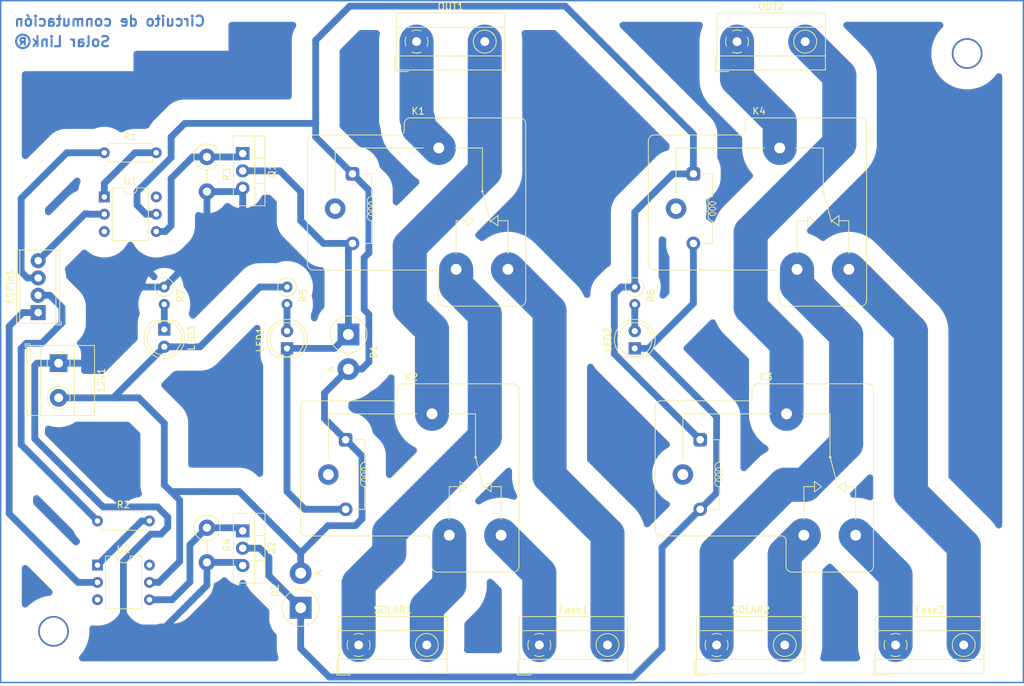
<source format=kicad_pcb>
(kicad_pcb (version 20221018) (generator pcbnew)
  (layers (0 "F.Cu" signal) (31 "B.Cu" signal) (34 "B.Paste" user) (35 "F.Paste" user) (36 "B.SilkS" user "B.Silkscreen") (37 "F.SilkS" user "F.Silkscreen") (38 "B.Mask" user) (39 "F.Mask" user) (44 "Edge.Cuts" user))
  (net 0 "")
  (net 1 "12V")
  (net 2 "GND")
  (net 3 "Net-(D2-Pad1)")
  (net 4 "Net-(ESPin1-Pad2)")
  (net 5 "Net-(ESPin1-Pad3)")
  (net 6 "Net-(Fase1-Pad2)")
  (net 7 "Net-(Fase2-Pad1)")
  (net 8 "Net-(Fase2-Pad2)")
  (net 9 "SOLARfase")
  (net 10 "Net-(K2-Pad11A)")
  (net 11 "SOLARneutro")
  (net 12 "Net-(K3-Pad11A)")
  (net 13 "Net-(K4-Pad11A)")
  (net 14 "Net-(Q1-Pad1)")
  (net 15 "Net-(Q2-Pad1)")
  (net 16 "Net-(R1-Pad2)")
  (net 17 "Net-(R2-Pad2)")
  (net 22 "Net-(D1-Pad1)")
  (net 23 "Net-(LED1-Pad2)")
  (net 24 "Net-(LED2-Pad2)")
  (net 25 "Net-(ESPin1-Pad1)")
  (net 26 "Net-(ESPin1-Pad4)")
  (net 27 "Net-(K2-Pad12)")
  (net 28 "Net-(OUT1-Pad1)")
  (net 29 "Net-(LED3-Pad1)")
  (footprint "Resistor_THT:R_Axial_DIN0207_L6.3mm_D2.5mm_P2.54mm_Vertical" (layer "F.Cu") (at 120 93 -90)
    (fp_text reference "R7" (at 1.27 -2.37 90) (layer "F.SilkS"))
    (fp_text value "1K")
    (pad "1" thru_hole circle (at 0 0 270) (size 1.6 1.6) (drill 0.8) (layers "*.Cu" "*.Mask") (net 2 "GND"))
    (pad "2" thru_hole oval (at 2.54 0 270) (size 1.6 1.6) (drill 0.8) (layers "*.Cu" "*.Mask") (net 29 "Net-(LED3-Pad1)"))
  )
  (footprint "Diode_THT:D_DO-201AD_P5.08mm_Vertical_AnodeUp" (layer "F.Cu") (at 140 140.04 90)
    (fp_text reference "D2" (at 2.54 -3.72 90) (layer "F.SilkS"))
    (fp_text value "DIODE")
    (fp_text user "A" (at 5.08 2.6 90) (layer "F.SilkS"))
    (pad "1" thru_hole rect (at 0 0 90) (size 3.2 3.2) (drill 1.6) (layers "*.Cu" "*.Mask") (net 3 "Net-(D2-Pad1)"))
    (pad "2" thru_hole oval (at 5.08 0 90) (size 3.2 3.2) (drill 1.6) (layers "*.Cu" "*.Mask") (net 1 "12V"))
  )
  (footprint "Relay_THT:Relay_SPDT_RAYEX-L90" (layer "F.Cu") (at 144.06 120.5)
    (fp_text reference "K2" (at 12.1666 -14.3) (layer "F.SilkS"))
    (fp_text value "RAYEX-L90")
    (pad "11A" thru_hole circle (at 0 0 180) (size 3 3) (drill 1.6) (layers "*.Cu" "*.Mask") (net 10 "Net-(K2-Pad11A)"))
    (pad "11B" thru_hole circle (at 15.2 -8.9 180) (size 3 3) (drill 1.6) (layers "*.Cu" "*.Mask") (net 10 "Net-(K2-Pad11A)"))
    (pad "12" thru_hole circle (at 25.34 8.9 180) (size 3 3) (drill 1.6) (layers "*.Cu" "*.Mask") (net 27 "Net-(K2-Pad12)"))
    (pad "14" thru_hole circle (at 17.74 8.9 180) (size 3 3) (drill 1.6) (layers "*.Cu" "*.Mask") (net 11 "SOLARneutro"))
    (pad "A1" thru_hole roundrect (at 2.54 -5.1 180) (size 2 2) (drill 1.1) (layers "*.Cu" "*.Mask") (net 1 "12V"))
    (pad "A2" thru_hole circle (at 2.54 5.1 180) (size 2 2) (drill 1.1) (layers "*.Cu" "*.Mask") (net 22 "Net-(D1-Pad1)"))
  )
  (footprint "Resistor_THT:R_Axial_DIN0207_L6.3mm_D2.5mm_P2.54mm_Vertical" (layer "F.Cu") (at 189 93 -90)
    (fp_text reference "R6" (at 1.27 -2.37 90) (layer "F.SilkS"))
    (fp_text value "1K2")
    (pad "1" thru_hole circle (at 0 0 270) (size 1.6 1.6) (drill 0.8) (layers "*.Cu" "*.Mask") (net 1 "12V"))
    (pad "2" thru_hole oval (at 2.54 0 270) (size 1.6 1.6) (drill 0.8) (layers "*.Cu" "*.Mask") (net 24 "Net-(LED2-Pad2)"))
  )
  (footprint "LED_THT:LED_D5.0mm" (layer "F.Cu") (at 138 102 90)
    (fp_text reference "LED1" (at 1.27 -3.96 90) (layer "F.SilkS"))
    (fp_text value "LED")
    (pad "1" thru_hole rect (at 0 0 90) (size 1.8 1.8) (drill 0.9) (layers "*.Cu" "*.Mask") (net 22 "Net-(D1-Pad1)"))
    (pad "2" thru_hole circle (at 2.54 0 90) (size 1.8 1.8) (drill 0.9) (layers "*.Cu" "*.Mask") (net 23 "Net-(LED1-Pad2)"))
  )
  (footprint "Resistor_THT:R_Axial_DIN0207_L6.3mm_D2.5mm_P2.54mm_Vertical" (layer "F.Cu") (at 138 93 -90)
    (fp_text reference "R5" (at 1.27 -2.37 90) (layer "F.SilkS"))
    (fp_text value "1K2")
    (pad "1" thru_hole circle (at 0 0 270) (size 1.6 1.6) (drill 0.8) (layers "*.Cu" "*.Mask") (net 1 "12V"))
    (pad "2" thru_hole oval (at 2.54 0 270) (size 1.6 1.6) (drill 0.8) (layers "*.Cu" "*.Mask") (net 23 "Net-(LED1-Pad2)"))
  )
  (footprint "Diode_THT:D_DO-201AD_P5.08mm_Vertical_AnodeUp" (layer "F.Cu") (at 147 99.96 -90)
    (fp_text reference "D1" (at 2.54 -3.72 90) (layer "F.SilkS"))
    (fp_text value "DIODE")
    (fp_text user "A" (at 5.08 2.6 90) (layer "F.SilkS"))
    (pad "1" thru_hole rect (at 0 0 270) (size 3.2 3.2) (drill 1.6) (layers "*.Cu" "*.Mask") (net 22 "Net-(D1-Pad1)"))
    (pad "2" thru_hole oval (at 5.08 0 270) (size 3.2 3.2) (drill 1.6) (layers "*.Cu" "*.Mask") (net 1 "12V"))
  )
  (footprint "Relay_THT:Relay_SPDT_RAYEX-L90" (layer "F.Cu") (at 195.06 81.5)
    (fp_text reference "K4" (at 12.1666 -14.3) (layer "F.SilkS"))
    (fp_text value "RAYEX-L90")
    (pad "11A" thru_hole circle (at 0 0 180) (size 3 3) (drill 1.6) (layers "*.Cu" "*.Mask") (net 13 "Net-(K4-Pad11A)"))
    (pad "11B" thru_hole circle (at 15.2 -8.9 180) (size 3 3) (drill 1.6) (layers "*.Cu" "*.Mask") (net 13 "Net-(K4-Pad11A)"))
    (pad "12" thru_hole circle (at 25.34 8.9 180) (size 3 3) (drill 1.6) (layers "*.Cu" "*.Mask") (net 8 "Net-(Fase2-Pad2)"))
    (pad "14" thru_hole circle (at 17.74 8.9 180) (size 3 3) (drill 1.6) (layers "*.Cu" "*.Mask") (net 11 "SOLARneutro"))
    (pad "A1" thru_hole roundrect (at 2.54 -5.1 180) (size 2 2) (drill 1.1) (layers "*.Cu" "*.Mask") (net 1 "12V"))
    (pad "A2" thru_hole circle (at 2.54 5.1 180) (size 2 2) (drill 1.1) (layers "*.Cu" "*.Mask") (net 3 "Net-(D2-Pad1)"))
  )
  (footprint "Package_DIP:DIP-6_W7.62mm" (layer "F.Cu") (at 111.2 79.78)
    (fp_text reference "U1" (at 3.81 -2.33) (layer "F.SilkS"))
    (fp_text value "4N25")
    (pad "1" thru_hole rect (at 0 0) (size 1.6 1.6) (drill 0.8) (layers "*.Cu" "*.Mask") (net 16 "Net-(R1-Pad2)"))
    (pad "2" thru_hole oval (at 0 2.54) (size 1.6 1.6) (drill 0.8) (layers "*.Cu" "*.Mask") (net 26 "Net-(ESPin1-Pad4)"))
    (pad "3" thru_hole oval (at 0 5.08) (size 1.6 1.6) (drill 0.8) (layers "*.Cu" "*.Mask"))
    (pad "4" thru_hole oval (at 7.62 5.08) (size 1.6 1.6) (drill 0.8) (layers "*.Cu" "*.Mask") (net 14 "Net-(Q1-Pad1)"))
    (pad "5" thru_hole oval (at 7.62 2.54) (size 1.6 1.6) (drill 0.8) (layers "*.Cu" "*.Mask") (net 1 "12V"))
    (pad "6" thru_hole oval (at 7.62 0) (size 1.6 1.6) (drill 0.8) (layers "*.Cu" "*.Mask"))
  )
  (footprint "Relay_THT:Relay_SPDT_RAYEX-L90" (layer "F.Cu") (at 196.06 120.5)
    (fp_text reference "K3" (at 12.1666 -14.3) (layer "F.SilkS"))
    (fp_text value "RAYEX-L90")
    (pad "11A" thru_hole circle (at 0 0 180) (size 3 3) (drill 1.6) (layers "*.Cu" "*.Mask") (net 12 "Net-(K3-Pad11A)"))
    (pad "11B" thru_hole circle (at 15.2 -8.9 180) (size 3 3) (drill 1.6) (layers "*.Cu" "*.Mask") (net 12 "Net-(K3-Pad11A)"))
    (pad "12" thru_hole circle (at 25.34 8.9 180) (size 3 3) (drill 1.6) (layers "*.Cu" "*.Mask") (net 7 "Net-(Fase2-Pad1)"))
    (pad "14" thru_hole circle (at 17.74 8.9 180) (size 3 3) (drill 1.6) (layers "*.Cu" "*.Mask") (net 9 "SOLARfase"))
    (pad "A1" thru_hole roundrect (at 2.54 -5.1 180) (size 2 2) (drill 1.1) (layers "*.Cu" "*.Mask") (net 1 "12V"))
    (pad "A2" thru_hole circle (at 2.54 5.1 180) (size 2 2) (drill 1.1) (layers "*.Cu" "*.Mask") (net 3 "Net-(D2-Pad1)"))
  )
  (footprint "TerminalBlock_Phoenix:TerminalBlock_Phoenix_MKDS-1,5-2-5.08_1x02_P5.08mm_Horizontal" (layer "F.Cu") (at 104.5 104.17 -90)
    (fp_text reference "12V1" (at 2.54 -6.26 90) (layer "F.SilkS"))
    (fp_text value "Screw_Terminal_01x02")
    (pad "1" thru_hole rect (at 0 0 270) (size 2.6 2.6) (drill 1.3) (layers "*.Cu" "*.Mask") (net 2 "GND"))
    (pad "2" thru_hole circle (at 5.08 0 270) (size 2.6 2.6) (drill 1.3) (layers "*.Cu" "*.Mask") (net 1 "12V"))
  )
  (footprint "TerminalBlock_MetzConnect:TerminalBlock_MetzConnect_Type067_RT01902HDWC_1x02_P10.00mm_Horizontal" (layer "F.Cu") (at 148.5 145.5)
    (fp_text reference "SOLAR1" (at 5 -5.16) (layer "F.SilkS"))
    (fp_text value "Screw_Terminal_01x02")
    (pad "1" thru_hole rect (at 0 0) (size 2.6 2.6) (drill 1.3) (layers "*.Cu" "*.Mask") (net 9 "SOLARfase"))
    (pad "2" thru_hole circle (at 10 0) (size 2.6 2.6) (drill 1.3) (layers "*.Cu" "*.Mask") (net 11 "SOLARneutro"))
  )
  (footprint "Package_DIP:DIP-6_W7.62mm" (layer "F.Cu") (at 110.2 133.78)
    (fp_text reference "U2" (at 3.81 -2.33) (layer "F.SilkS"))
    (fp_text value "4N25")
    (pad "1" thru_hole rect (at 0 0) (size 1.6 1.6) (drill 0.8) (layers "*.Cu" "*.Mask") (net 17 "Net-(R2-Pad2)"))
    (pad "2" thru_hole oval (at 0 2.54) (size 1.6 1.6) (drill 0.8) (layers "*.Cu" "*.Mask") (net 25 "Net-(ESPin1-Pad1)"))
    (pad "3" thru_hole oval (at 0 5.08) (size 1.6 1.6) (drill 0.8) (layers "*.Cu" "*.Mask"))
    (pad "4" thru_hole oval (at 7.62 5.08) (size 1.6 1.6) (drill 0.8) (layers "*.Cu" "*.Mask") (net 15 "Net-(Q2-Pad1)"))
    (pad "5" thru_hole oval (at 7.62 2.54) (size 1.6 1.6) (drill 0.8) (layers "*.Cu" "*.Mask") (net 1 "12V"))
    (pad "6" thru_hole oval (at 7.62 0) (size 1.6 1.6) (drill 0.8) (layers "*.Cu" "*.Mask"))
  )
  (footprint "LED_THT:LED_D5.0mm" (layer "F.Cu") (at 120 99.225 -90)
    (fp_text reference "LED3" (at 1.27 -3.96 90) (layer "F.SilkS"))
    (fp_text value "LED")
    (pad "1" thru_hole rect (at 0 0 270) (size 1.8 1.8) (drill 0.9) (layers "*.Cu" "*.Mask") (net 29 "Net-(LED3-Pad1)"))
    (pad "2" thru_hole circle (at 2.54 0 270) (size 1.8 1.8) (drill 0.9) (layers "*.Cu" "*.Mask") (net 1 "12V"))
  )
  (footprint "Resistor_THT:R_Axial_DIN0207_L6.3mm_D2.5mm_P7.62mm_Horizontal" (layer "F.Cu") (at 110.19 127.305)
    (fp_text reference "R2" (at 3.81 -2.37) (layer "F.SilkS"))
    (fp_text value "220")
    (pad "1" thru_hole circle (at 0 0) (size 1.6 1.6) (drill 0.8) (layers "*.Cu" "*.Mask") (net 4 "Net-(ESPin1-Pad2)"))
    (pad "2" thru_hole oval (at 7.62 0) (size 1.6 1.6) (drill 0.8) (layers "*.Cu" "*.Mask") (net 17 "Net-(R2-Pad2)"))
  )
  (footprint "TerminalBlock_Phoenix:TerminalBlock_Phoenix_MPT-0,5-4-2.54_1x04_P2.54mm_Horizontal" (layer "F.Cu") (at 101.5 96.75 90)
    (fp_text reference "ESPin1" (at 3.81 -4.16 90) (layer "F.SilkS"))
    (fp_text value "Screw_Terminal_01x04")
    (pad "1" thru_hole rect (at 0 0 90) (size 2.2 2.2) (drill 1.1) (layers "*.Cu" "*.Mask") (net 25 "Net-(ESPin1-Pad1)"))
    (pad "2" thru_hole circle (at 2.54 0 90) (size 2.2 2.2) (drill 1.1) (layers "*.Cu" "*.Mask") (net 4 "Net-(ESPin1-Pad2)"))
    (pad "3" thru_hole circle (at 5.08 0 90) (size 2.2 2.2) (drill 1.1) (layers "*.Cu" "*.Mask") (net 5 "Net-(ESPin1-Pad3)"))
    (pad "4" thru_hole circle (at 7.62 0 90) (size 2.2 2.2) (drill 1.1) (layers "*.Cu" "*.Mask") (net 26 "Net-(ESPin1-Pad4)"))
  )
  (footprint "Relay_THT:Relay_SPDT_RAYEX-L90" (layer "F.Cu") (at 145.06 81.5)
    (fp_text reference "K1" (at 12.1666 -14.3) (layer "F.SilkS"))
    (fp_text value "RAYEX-L90")
    (pad "11A" thru_hole circle (at 0 0 180) (size 3 3) (drill 1.6) (layers "*.Cu" "*.Mask") (net 28 "Net-(OUT1-Pad1)"))
    (pad "11B" thru_hole circle (at 15.2 -8.9 180) (size 3 3) (drill 1.6) (layers "*.Cu" "*.Mask") (net 28 "Net-(OUT1-Pad1)"))
    (pad "12" thru_hole circle (at 25.34 8.9 180) (size 3 3) (drill 1.6) (layers "*.Cu" "*.Mask") (net 6 "Net-(Fase1-Pad2)"))
    (pad "14" thru_hole circle (at 17.74 8.9 180) (size 3 3) (drill 1.6) (layers "*.Cu" "*.Mask") (net 9 "SOLARfase"))
    (pad "A1" thru_hole roundrect (at 2.54 -5.1 180) (size 2 2) (drill 1.1) (layers "*.Cu" "*.Mask") (net 1 "12V"))
    (pad "A2" thru_hole circle (at 2.54 5.1 180) (size 2 2) (drill 1.1) (layers "*.Cu" "*.Mask") (net 22 "Net-(D1-Pad1)"))
  )
  (footprint "TerminalBlock_MetzConnect:TerminalBlock_MetzConnect_Type067_RT01902HDWC_1x02_P10.00mm_Horizontal" (layer "F.Cu") (at 204 57)
    (fp_text reference "OUT2" (at 5 -5.16) (layer "F.SilkS"))
    (fp_text value "Screw_Terminal_01x02")
    (pad "1" thru_hole rect (at 0 0) (size 2.6 2.6) (drill 1.3) (layers "*.Cu" "*.Mask") (net 13 "Net-(K4-Pad11A)"))
    (pad "2" thru_hole circle (at 10 0) (size 2.6 2.6) (drill 1.3) (layers "*.Cu" "*.Mask") (net 12 "Net-(K3-Pad11A)"))
  )
  (footprint "Resistor_THT:R_Axial_DIN0411_L9.9mm_D3.6mm_P5.08mm_Vertical" (layer "F.Cu") (at 126.25 73.92 -90)
    (fp_text reference "R3" (at 2.54 -2.92 90) (layer "F.SilkS"))
    (fp_text value "10K")
    (pad "1" thru_hole circle (at 0 0 270) (size 2.4 2.4) (drill 1.2) (layers "*.Cu" "*.Mask") (net 14 "Net-(Q1-Pad1)"))
    (pad "2" thru_hole oval (at 5.08 0 270) (size 2.4 2.4) (drill 1.2) (layers "*.Cu" "*.Mask") (net 2 "GND"))
  )
  (footprint "Package_TO_SOT_THT:TO-220-3_Vertical" (layer "F.Cu") (at 131.5 128.765 -90)
    (fp_text reference "Q2" (at 2.54 -4.27 90) (layer "F.SilkS"))
    (fp_text value "IRF540N")
    (pad "1" thru_hole rect (at 0 0 270) (size 1.905 2) (drill 1.1) (layers "*.Cu" "*.Mask") (net 15 "Net-(Q2-Pad1)"))
    (pad "2" thru_hole oval (at 2.54 0 270) (size 1.905 2) (drill 1.1) (layers "*.Cu" "*.Mask") (net 3 "Net-(D2-Pad1)"))
    (pad "3" thru_hole oval (at 5.08 0 270) (size 1.905 2) (drill 1.1) (layers "*.Cu" "*.Mask") (net 2 "GND"))
  )
  (footprint "Resistor_THT:R_Axial_DIN0411_L9.9mm_D3.6mm_P5.08mm_Vertical" (layer "F.Cu") (at 126.25 128.305 -90)
    (fp_text reference "R4" (at 2.54 -2.92 90) (layer "F.SilkS"))
    (fp_text value "10K")
    (pad "1" thru_hole circle (at 0 0 270) (size 2.4 2.4) (drill 1.2) (layers "*.Cu" "*.Mask") (net 15 "Net-(Q2-Pad1)"))
    (pad "2" thru_hole oval (at 5.08 0 270) (size 2.4 2.4) (drill 1.2) (layers "*.Cu" "*.Mask") (net 2 "GND"))
  )
  (footprint "TerminalBlock_MetzConnect:TerminalBlock_MetzConnect_Type067_RT01902HDWC_1x02_P10.00mm_Horizontal" (layer "F.Cu") (at 175 145.5)
    (fp_text reference "Fase1" (at 5 -5.16) (layer "F.SilkS"))
    (fp_text value "Screw_Terminal_01x02")
    (pad "1" thru_hole rect (at 0 0) (size 2.6 2.6) (drill 1.3) (layers "*.Cu" "*.Mask") (net 27 "Net-(K2-Pad12)"))
    (pad "2" thru_hole circle (at 10 0) (size 2.6 2.6) (drill 1.3) (layers "*.Cu" "*.Mask") (net 6 "Net-(Fase1-Pad2)"))
  )
  (footprint "LED_THT:LED_D5.0mm" (layer "F.Cu") (at 189 102 90)
    (fp_text reference "LED2" (at 1.27 -3.96 90) (layer "F.SilkS"))
    (fp_text value "LED")
    (pad "1" thru_hole rect (at 0 0 90) (size 1.8 1.8) (drill 0.9) (layers "*.Cu" "*.Mask") (net 3 "Net-(D2-Pad1)"))
    (pad "2" thru_hole circle (at 2.54 0 90) (size 1.8 1.8) (drill 0.9) (layers "*.Cu" "*.Mask") (net 24 "Net-(LED2-Pad2)"))
  )
  (footprint "Package_TO_SOT_THT:TO-220-3_Vertical" (layer "F.Cu") (at 131.5 73.42 -90)
    (fp_text reference "Q1" (at 2.54 -4.27 90) (layer "F.SilkS"))
    (fp_text value "IRF540N")
    (pad "1" thru_hole rect (at 0 0 270) (size 1.905 2) (drill 1.1) (layers "*.Cu" "*.Mask") (net 14 "Net-(Q1-Pad1)"))
    (pad "2" thru_hole oval (at 2.54 0 270) (size 1.905 2) (drill 1.1) (layers "*.Cu" "*.Mask") (net 22 "Net-(D1-Pad1)"))
    (pad "3" thru_hole oval (at 5.08 0 270) (size 1.905 2) (drill 1.1) (layers "*.Cu" "*.Mask") (net 2 "GND"))
  )
  (footprint "TerminalBlock_MetzConnect:TerminalBlock_MetzConnect_Type067_RT01902HDWC_1x02_P10.00mm_Horizontal" (layer "F.Cu") (at 157 57)
    (fp_text reference "OUT1" (at 5 -5.16) (layer "F.SilkS"))
    (fp_text value "Screw_Terminal_01x02")
    (pad "1" thru_hole rect (at 0 0) (size 2.6 2.6) (drill 1.3) (layers "*.Cu" "*.Mask") (net 28 "Net-(OUT1-Pad1)"))
    (pad "2" thru_hole circle (at 10 0) (size 2.6 2.6) (drill 1.3) (layers "*.Cu" "*.Mask") (net 10 "Net-(K2-Pad11A)"))
  )
  (footprint "Resistor_THT:R_Axial_DIN0207_L6.3mm_D2.5mm_P7.62mm_Horizontal" (layer "F.Cu") (at 111.19 73.305)
    (fp_text reference "R1" (at 3.81 -2.37) (layer "F.SilkS"))
    (fp_text value "220")
    (pad "1" thru_hole circle (at 0 0) (size 1.6 1.6) (drill 0.8) (layers "*.Cu" "*.Mask") (net 5 "Net-(ESPin1-Pad3)"))
    (pad "2" thru_hole oval (at 7.62 0) (size 1.6 1.6) (drill 0.8) (layers "*.Cu" "*.Mask") (net 16 "Net-(R1-Pad2)"))
  )
  (footprint "TerminalBlock_MetzConnect:TerminalBlock_MetzConnect_Type067_RT01902HDWC_1x02_P10.00mm_Horizontal" (layer "F.Cu") (at 201 145.5)
    (fp_text reference "SOLAR2" (at 5 -5.16) (layer "F.SilkS"))
    (fp_text value "Screw_Terminal_01x02")
    (pad "1" thru_hole rect (at 0 0) (size 2.6 2.6) (drill 1.3) (layers "*.Cu" "*.Mask") (net 11 "SOLARneutro"))
    (pad "2" thru_hole circle (at 10 0) (size 2.6 2.6) (drill 1.3) (layers "*.Cu" "*.Mask") (net 9 "SOLARfase"))
  )
  (footprint "TerminalBlock_MetzConnect:TerminalBlock_MetzConnect_Type067_RT01902HDWC_1x02_P10.00mm_Horizontal" (layer "F.Cu") (at 227.25 145.5)
    (fp_text reference "Fase2" (at 5 -5.16) (layer "F.SilkS"))
    (fp_text value "Screw_Terminal_01x02")
    (pad "1" thru_hole rect (at 0 0) (size 2.6 2.6) (drill 1.3) (layers "*.Cu" "*.Mask") (net 7 "Net-(Fase2-Pad1)"))
    (pad "2" thru_hole circle (at 10 0) (size 2.6 2.6) (drill 1.3) (layers "*.Cu" "*.Mask") (net 8 "Net-(Fase2-Pad2)"))
  )
  (gr_line (start 96 151) (end 96 51) (stroke (width 0.2)) (layer "B.Cu"))
  (gr_line (start 96 51) (end 246 51) (stroke (width 0.2)) (layer "B.Cu"))
  (gr_line (start 246 51) (end 246 151) (stroke (width 0.2)) (layer "B.Cu"))
  (gr_line (start 246 151) (end 96 151) (stroke (width 0.2)) (layer "B.Cu"))
  (gr_text "Solar Link®" (at 105 57) (layer "B.Cu") (effects (font (size 1.5 1.5) (thickness 0.3)) (justify mirror)))
  (gr_text "Circuito de conmutación" (at 112 54) (layer "B.Cu") (effects (font (size 1.5 1.5) (thickness 0.3)) (justify mirror)))
  (via (at 237.75 58.75) (size 4.5) (drill 4) (layers "F.Cu" "B.Cu") (net 0))
  (via (at 103.75 143.5) (size 4.5) (drill 4) (layers "F.Cu" "B.Cu") (net 0))
  (segment (start 131 123) (end 125.25 123) (width 1) (layer "B.Cu") (net 1))
  (segment (start 125.235 101.765) (end 120 101.765) (width 1) (layer "B.Cu") (net 1))
  (segment (start 142.2 56.8) (end 147.2 51.8) (width 1) (layer "B.Cu") (net 1))
  (segment (start 187 93) (end 186 94) (width 1) (layer "B.Cu") (net 1))
  (segment (start 149.315 88.685) (end 150 88) (width 1) (layer "B.Cu") (net 1))
  (segment (start 149 127) (end 149 117.8) (width 1) (layer "B.Cu") (net 1))
  (segment (start 143.495 108.545) (end 147 105.04) (width 1) (layer "B.Cu") (net 1))
  (segment (start 140 132) (end 131 123) (width 1) (layer "B.Cu") (net 1))
  (segment (start 117.32 82.32) (end 116 81) (width 1) (layer "B.Cu") (net 1))
  (segment (start 142.2 69) (end 142.2 56.8) (width 1) (layer "B.Cu") (net 1))
  (segment (start 121 71) (end 123 69) (width 1) (layer "B.Cu") (net 1))
  (segment (start 189 82) (end 194.6 76.4) (width 1) (layer "B.Cu") (net 1))
  (segment (start 112.515 109.25) (end 120 101.765) (width 1) (layer "B.Cu") (net 1))
  (segment (start 150 104) (end 148.96 105.04) (width 1) (layer "B.Cu") (net 1))
  (segment (start 116 79) (end 121 74) (width 1) (layer "B.Cu") (net 1))
  (segment (start 116 81) (end 116 79) (width 1) (layer "B.Cu") (net 1))
  (segment (start 140 132) (end 144 128) (width 1) (layer "B.Cu") (net 1))
  (segment (start 149 117.8) (end 146.6 115.4) (width 1) (layer "B.Cu") (net 1))
  (segment (start 186 94) (end 186 102.8) (width 1) (layer "B.Cu") (net 1))
  (segment (start 149.315 95) (end 149.315 96.315) (width 1) (layer "B.Cu") (net 1))
  (segment (start 147.2 51.8) (end 178.8 51.8) (width 1) (layer "B.Cu") (net 1))
  (segment (start 189 93) (end 187 93) (width 1) (layer "B.Cu") (net 1))
  (segment (start 104.5 109.25) (end 112.515 109.25) (width 1) (layer "B.Cu") (net 1))
  (segment (start 143.495 112.295) (end 143.495 108.545) (width 1) (layer "B.Cu") (net 1))
  (segment (start 150 88) (end 150 78.8) (width 1) (layer "B.Cu") (net 1))
  (segment (start 122.25 124.25) (end 121 123) (width 1) (layer "B.Cu") (net 1))
  (segment (start 120 122) (end 120 113) (width 1) (layer "B.Cu") (net 1))
  (segment (start 121 123) (end 120 122) (width 1) (layer "B.Cu") (net 1))
  (segment (start 134 93) (end 125.235 101.765) (width 1) (layer "B.Cu") (net 1))
  (segment (start 140 134.96) (end 140 132) (width 1) (layer "B.Cu") (net 1))
  (segment (start 120 113) (end 116.25 109.25) (width 1) (layer "B.Cu") (net 1))
  (segment (start 144 128) (end 148 128) (width 1) (layer "B.Cu") (net 1))
  (segment (start 121 74) (end 121 71) (width 1) (layer "B.Cu") (net 1))
  (segment (start 149.315 95) (end 149.315 88.685) (width 1) (layer "B.Cu") (net 1))
  (segment (start 149.315 96.315) (end 150 97) (width 1) (layer "B.Cu") (net 1))
  (segment (start 119.18 136.32) (end 122.25 133.25) (width 1) (layer "B.Cu") (net 1))
  (segment (start 148 128) (end 149 127) (width 1) (layer "B.Cu") (net 1))
  (segment (start 138 93) (end 134 93) (width 1) (layer "B.Cu") (net 1))
  (segment (start 148.96 105.04) (end 147 105.04) (width 1) (layer "B.Cu") (net 1))
  (segment (start 146.6 115.4) (end 143.495 112.295) (width 1) (layer "B.Cu") (net 1))
  (segment (start 178.8 51.8) (end 197.6 70.6) (width 1) (layer "B.Cu") (net 1))
  (segment (start 150 97) (end 150 104) (width 1) (layer "B.Cu") (net 1))
  (segment (start 125.25 123) (end 121 123) (width 1) (layer "B.Cu") (net 1))
  (segment (start 189 82) (end 189 93) (width 1) (layer "B.Cu") (net 1))
  (segment (start 117.82 136.32) (end 119.18 136.32) (width 1) (layer "B.Cu") (net 1))
  (segment (start 123 69) (end 142.2 69) (width 1) (layer "B.Cu") (net 1))
  (segment (start 147.6 76.4) (end 142.2 71) (width 1) (layer "B.Cu") (net 1))
  (segment (start 116.25 109.25) (end 112.515 109.25) (width 1) (layer "B.Cu") (net 1))
  (segment (start 186 102.8) (end 198.6 115.4) (width 1) (layer "B.Cu") (net 1))
  (segment (start 194.6 76.4) (end 197.6 76.4) (width 1) (layer "B.Cu") (net 1))
  (segment (start 150 78.8) (end 147.6 76.4) (width 1) (layer "B.Cu") (net 1))
  (segment (start 118.82 82.32) (end 117.32 82.32) (width 1) (layer "B.Cu") (net 1))
  (segment (start 122.25 133.25) (end 122.25 124.25) (width 1) (layer "B.Cu") (net 1))
  (segment (start 197.6 70.6) (end 197.6 76.4) (width 1) (layer "B.Cu") (net 1))
  (segment (start 142.2 71) (end 142.2 69) (width 1) (layer "B.Cu") (net 1))
  (segment (start 104.5 104.17) (end 109.83 104.17) (width 1) (layer "B.Cu") (net 2))
  (segment (start 120.5 128.25) (end 119.5 129.25) (width 1) (layer "B.Cu") (net 2))
  (segment (start 120 143) (end 126.25 136.75) (width 1) (layer "B.Cu") (net 2))
  (segment (start 131.04 133.385) (end 131.5 133.845) (width 1) (layer "B.Cu") (net 2))
  (segment (start 120.5 126.75) (end 120.5 128.25) (width 1) (layer "B.Cu") (net 2))
  (segment (start 104.5 104.17) (end 101.33 104.17) (width 1) (layer "B.Cu") (net 2))
  (segment (start 111 125.25) (end 119 125.25) (width 1) (layer "B.Cu") (net 2))
  (segment (start 101.33 104.17) (end 101 104.5) (width 1) (layer "B.Cu") (net 2))
  (segment (start 118 129.25) (end 114 133.25) (width 1) (layer "B.Cu") (net 2))
  (segment (start 131.5 81.5) (end 120 93) (width 1) (layer "B.Cu") (net 2))
  (segment (start 116 93) (end 120 93) (width 1) (layer "B.Cu") (net 2))
  (segment (start 114 95) (end 116 93) (width 1) (layer "B.Cu") (net 2))
  (segment (start 109.83 104.17) (end 114 100) (width 1) (layer "B.Cu") (net 2))
  (segment (start 114 141.5) (end 115.5 143) (width 1) (layer "B.Cu") (net 2))
  (segment (start 101 115.25) (end 111 125.25) (width 1) (layer "B.Cu") (net 2))
  (segment (start 131 79) (end 131.5 78.5) (width 1) (layer "B.Cu") (net 2))
  (segment (start 119 125.25) (end 120.5 126.75) (width 1) (layer "B.Cu") (net 2))
  (segment (start 126.25 136.75) (end 126.25 133.385) (width 1) (layer "B.Cu") (net 2))
  (segment (start 115.5 143) (end 120 143) (width 1) (layer "B.Cu") (net 2))
  (segment (start 114 133.25) (end 114 141.5) (width 1) (layer "B.Cu") (net 2))
  (segment (start 126.25 79) (end 131 79) (width 1) (layer "B.Cu") (net 2))
  (segment (start 101 104.5) (end 101 115.25) (width 1) (layer "B.Cu") (net 2))
  (segment (start 126.25 133.385) (end 131.04 133.385) (width 1) (layer "B.Cu") (net 2))
  (segment (start 114 100) (end 114 95) (width 1) (layer "B.Cu") (net 2))
  (segment (start 119.5 129.25) (end 118 129.25) (width 1) (layer "B.Cu") (net 2))
  (segment (start 131.5 78.5) (end 131.5 81.5) (width 1) (layer "B.Cu") (net 2))
  (segment (start 140 140.04) (end 140 146) (width 1) (layer "B.Cu") (net 3))
  (segment (start 201 123.2) (end 201 112) (width 1) (layer "B.Cu") (net 3))
  (segment (start 197.6 95.4) (end 197.6 86.6) (width 1) (layer "B.Cu") (net 3))
  (segment (start 193 131.2) (end 198.6 125.6) (width 1) (layer "B.Cu") (net 3))
  (segment (start 140 140.04) (end 140 140) (width 1) (layer "B.Cu") (net 3))
  (segment (start 193 146) (end 193 131.2) (width 1) (layer "B.Cu") (net 3))
  (segment (start 191 102) (end 189 102) (width 1) (layer "B.Cu") (net 3))
  (segment (start 140 146) (end 144.2 150.2) (width 1) (layer "B.Cu") (net 3))
  (segment (start 135.345 135.345) (end 135.345 132.655) (width 1) (layer "B.Cu") (net 3))
  (segment (start 144.2 150.2) (end 188.8 150.2) (width 1) (layer "B.Cu") (net 3))
  (segment (start 197.6 95.4) (end 191 102) (width 1) (layer "B.Cu") (net 3))
  (segment (start 201 112) (end 191 102) (width 1) (layer "B.Cu") (net 3))
  (segment (start 198.6 125.6) (end 201 123.2) (width 1) (layer "B.Cu") (net 3))
  (segment (start 188.8 150.2) (end 193 146) (width 1) (layer "B.Cu") (net 3))
  (segment (start 131.5 131.305) (end 133.995 131.305) (width 1) (layer "B.Cu") (net 3))
  (segment (start 140 140) (end 135.345 135.345) (width 1) (layer "B.Cu") (net 3))
  (segment (start 133.995 131.305) (end 135.345 132.655) (width 1) (layer "B.Cu") (net 3))
  (segment (start 102 101.25) (end 99.75 101.25) (width 1) (layer "B.Cu") (net 4))
  (segment (start 99 116.115) (end 110.19 127.305) (width 1) (layer "B.Cu") (net 4))
  (segment (start 99.75 101.25) (end 99 102) (width 1) (layer "B.Cu") (net 4))
  (segment (start 99 102) (end 99 116.115) (width 1) (layer "B.Cu") (net 4))
  (segment (start 103.21 94.21) (end 105 96) (width 1) (layer "B.Cu") (net 4))
  (segment (start 105 96) (end 105 98.25) (width 1) (layer "B.Cu") (net 4))
  (segment (start 105 98.25) (end 102 101.25) (width 1) (layer "B.Cu") (net 4))
  (segment (start 101.5 94.21) (end 103.21 94.21) (width 1) (layer "B.Cu") (net 4))
  (segment (start 99 80) (end 99 90.75) (width 1) (layer "B.Cu") (net 5))
  (segment (start 105.695 73.305) (end 99 80) (width 1) (layer "B.Cu") (net 5))
  (segment (start 99.92 91.67) (end 101.5 91.67) (width 1) (layer "B.Cu") (net 5))
  (segment (start 111.19 73.305) (end 105.695 73.305) (width 1) (layer "B.Cu") (net 5))
  (segment (start 99 90.75) (end 99.92 91.67) (width 1) (layer "B.Cu") (net 5))
  (segment (start 185 129.25) (end 176.5 120.75) (width 5) (layer "B.Cu") (net 6))
  (segment (start 185 145.5) (end 185 129.25) (width 5) (layer "B.Cu") (net 6))
  (segment (start 176.5 120.75) (end 176.5 96.5) (width 5) (layer "B.Cu") (net 6))
  (segment (start 176.5 96.5) (end 170.4 90.4) (width 5) (layer "B.Cu") (net 6))
  (segment (start 227.25 135.25) (end 221.4 129.4) (width 5) (layer "B.Cu") (net 7))
  (segment (start 227.25 145.5) (end 227.25 135.25) (width 5) (layer "B.Cu") (net 7))
  (segment (start 229.5 123.25) (end 229.5 99.5) (width 5) (layer "B.Cu") (net 8))
  (segment (start 237.25 145.5) (end 237.25 131) (width 5) (layer "B.Cu") (net 8))
  (segment (start 229.5 99.5) (end 220.4 90.4) (width 5) (layer "B.Cu") (net 8))
  (segment (start 237.25 131) (end 229.5 123.25) (width 5) (layer "B.Cu") (net 8))
  (segment (start 162.8 92.8) (end 162.8 90.4) (width 5) (layer "B.Cu") (net 9))
  (segment (start 148.5 145.5) (end 148.5 136.5) (width 5) (layer "B.Cu") (net 9))
  (segment (start 153 132) (end 153 129) (width 5) (layer "B.Cu") (net 9))
  (segment (start 148.5 136.5) (end 153 132) (width 5) (layer "B.Cu") (net 9))
  (segment (start 167 97) (end 162.8 92.8) (width 5) (layer "B.Cu") (net 9))
  (segment (start 211 145.5) (end 211 132.2) (width 5) (layer "B.Cu") (net 9))
  (segment (start 167 115) (end 167 97) (width 5) (layer "B.Cu") (net 9))
  (segment (start 211 132.2) (end 213.8 129.4) (width 5) (layer "B.Cu") (net 9))
  (segment (start 153 129) (end 167 115) (width 5) (layer "B.Cu") (net 9))
  (segment (start 156 87) (end 167 76) (width 5) (layer "B.Cu") (net 10))
  (segment (start 156 96) (end 156 87) (width 5) (layer "B.Cu") (net 10))
  (segment (start 159.26 111.6) (end 159.26 99.26) (width 5) (layer "B.Cu") (net 10))
  (segment (start 167 76) (end 167 57) (width 5) (layer "B.Cu") (net 10))
  (segment (start 159.26 99.26) (end 156 96) (width 5) (layer "B.Cu") (net 10))
  (segment (start 158.5 145.5) (end 158.5 140) (width 5) (layer "B.Cu") (net 11))
  (segment (start 211 122) (end 214 122) (width 5) (layer "B.Cu") (net 11))
  (segment (start 212.8 92.8) (end 212.8 90.4) (width 5) (layer "B.Cu") (net 11))
  (segment (start 201 145.5) (end 201 132) (width 5) (layer "B.Cu") (net 11))
  (segment (start 214 122) (end 220 116) (width 5) (layer "B.Cu") (net 11))
  (segment (start 201 132) (end 211 122) (width 5) (layer "B.Cu") (net 11))
  (segment (start 161.8 136.7) (end 161.8 129.4) (width 5) (layer "B.Cu") (net 11))
  (segment (start 220 100) (end 212.8 92.8) (width 5) (layer "B.Cu") (net 11))
  (segment (start 220 116) (end 220 100) (width 5) (layer "B.Cu") (net 11))
  (segment (start 158.5 140) (end 161.8 136.7) (width 5) (layer "B.Cu") (net 11))
  (segment (start 211.26 111.6) (end 211.26 101.26) (width 5) (layer "B.Cu") (net 12))
  (segment (start 211.26 101.26) (end 206 96) (width 5) (layer "B.Cu") (net 12))
  (segment (start 219 62) (end 214 57) (width 5) (layer "B.Cu") (net 12))
  (segment (start 206 96) (end 206 85) (width 5) (layer "B.Cu") (net 12))
  (segment (start 219 72) (end 219 62) (width 5) (layer "B.Cu") (net 12))
  (segment (start 206 85) (end 219 72) (width 5) (layer "B.Cu") (net 12))
  (segment (start 210.26 72.6) (end 210.26 68.76) (width 5) (layer "B.Cu") (net 13))
  (segment (start 210.26 68.76) (end 204 62.5) (width 5) (layer "B.Cu") (net 13))
  (segment (start 204 62.5) (end 204 57) (width 5) (layer "B.Cu") (net 13))
  (segment (start 118.82 84.86) (end 120.14 84.86) (width 1) (layer "B.Cu") (net 14))
  (segment (start 123.5325 74.5325) (end 124 74.065) (width 1) (layer "B.Cu") (net 14))
  (segment (start 126.25 73.92) (end 124.145 73.92) (width 1) (layer "B.Cu") (net 14))
  (segment (start 131 73.92) (end 131.5 73.42) (width 1) (layer "B.Cu") (net 14))
  (segment (start 121 77.065) (end 123.5325 74.5325) (width 1) (layer "B.Cu") (net 14))
  (segment (start 124.145 73.92) (end 123.5325 74.5325) (width 1) (layer "B.Cu") (net 14))
  (segment (start 120.14 84.86) (end 121 84) (width 1) (layer "B.Cu") (net 14))
  (segment (start 121 84) (end 121 77.065) (width 1) (layer "B.Cu") (net 14))
  (segment (start 126.25 73.92) (end 131 73.92) (width 1) (layer "B.Cu") (net 14))
  (segment (start 126.25 128.305) (end 131.04 128.305) (width 1) (layer "B.Cu") (net 15))
  (segment (start 121.14 138.86) (end 123.75 136.25) (width 1) (layer "B.Cu") (net 15))
  (segment (start 123.75 136.25) (end 123.75 130.805) (width 1) (layer "B.Cu") (net 15))
  (segment (start 117.82 138.86) (end 121.14 138.86) (width 1) (layer "B.Cu") (net 15))
  (segment (start 131.04 128.305) (end 131.5 128.765) (width 1) (layer "B.Cu") (net 15))
  (segment (start 123.75 130.805) (end 126.25 128.305) (width 1) (layer "B.Cu") (net 15))
  (segment (start 115.695 73.305) (end 111.2 77.8) (width 1) (layer "B.Cu") (net 16))
  (segment (start 111.2 77.8) (end 111.2 79.78) (width 1) (layer "B.Cu") (net 16))
  (segment (start 118.81 73.305) (end 115.695 73.305) (width 1) (layer "B.Cu") (net 16))
  (segment (start 116.675 127.305) (end 117.81 127.305) (width 1) (layer "B.Cu") (net 17))
  (segment (start 110.2 133.78) (end 116.675 127.305) (width 1) (layer "B.Cu") (net 17))
  (segment (start 131.5 75.96) (end 136.96 75.96) (width 1) (layer "B.Cu") (net 22))
  (segment (start 140 79) (end 140 83.25) (width 1) (layer "B.Cu") (net 22))
  (segment (start 146.6 125.6) (end 140.6 125.6) (width 1) (layer "B.Cu") (net 22))
  (segment (start 144.96 102) (end 147 99.96) (width 1) (layer "B.Cu") (net 22))
  (segment (start 140 83.25) (end 143.35 86.6) (width 1) (layer "B.Cu") (net 22))
  (segment (start 147 87.2) (end 147.6 86.6) (width 1) (layer "B.Cu") (net 22))
  (segment (start 138 123) (end 140.6 125.6) (width 1) (layer "B.Cu") (net 22))
  (segment (start 147 99.96) (end 147 87.2) (width 1) (layer "B.Cu") (net 22))
  (segment (start 138 102) (end 138 123) (width 1) (layer "B.Cu") (net 22))
  (segment (start 136.96 75.96) (end 140 79) (width 1) (layer "B.Cu") (net 22))
  (segment (start 138 102) (end 144.96 102) (width 1) (layer "B.Cu") (net 22))
  (segment (start 143.35 86.6) (end 147.6 86.6) (width 1) (layer "B.Cu") (net 22))
  (segment (start 138 99.46) (end 138 95.54) (width 1) (layer "B.Cu") (net 23))
  (segment (start 189 99.46) (end 189 95.54) (width 1) (layer "B.Cu") (net 24))
  (segment (start 99.25 96.75) (end 101.5 96.75) (width 1) (layer "B.Cu") (net 25))
  (segment (start 97.25 126.25) (end 97.25 98.75) (width 1) (layer "B.Cu") (net 25))
  (segment (start 107.32 136.32) (end 97.25 126.25) (width 1) (layer "B.Cu") (net 25))
  (segment (start 110.2 136.32) (end 107.32 136.32) (width 1) (layer "B.Cu") (net 25))
  (segment (start 97.25 98.75) (end 99.25 96.75) (width 1) (layer "B.Cu") (net 25))
  (segment (start 101.5 89.13) (end 108.38 82.25) (width 1) (layer "B.Cu") (net 26))
  (segment (start 108.82 82.32) (end 111.2 82.32) (width 1) (layer "B.Cu") (net 26))
  (segment (start 108.75 82.25) (end 108.82 82.32) (width 1) (layer "B.Cu") (net 26))
  (segment (start 175 145.5) (end 175 135) (width 5) (layer "B.Cu") (net 27))
  (segment (start 175 135) (end 169.4 129.4) (width 5) (layer "B.Cu") (net 27))
  (segment (start 160.26 72.6) (end 157.25 69.59) (width 5) (layer "B.Cu") (net 28))
  (segment (start 157 68.25) (end 157 57) (width 5) (layer "B.Cu") (net 28))
  (segment (start 157.25 68.5) (end 157 68.25) (width 5) (layer "B.Cu") (net 28))
  (segment (start 157.25 69.59) (end 157.25 68.5) (width 5) (layer "B.Cu") (net 28))
  (segment (start 120 99.225) (end 120 95.54) (width 1) (layer "B.Cu") (net 29))
  (zone (net 2) (net_name "GND") (layer "B.Cu") (name "Masa") (connect_pads (clearance 3)) (min_thickness 1) (fill yes (thermal_gap 2) (thermal_bridge_width 1) (island_removal_mode 2) (island_area_min 3))
    (polygon (pts (xy 246 151) (xy 96 151) (xy 96 51) (xy 246 51)))
  )
)
</source>
